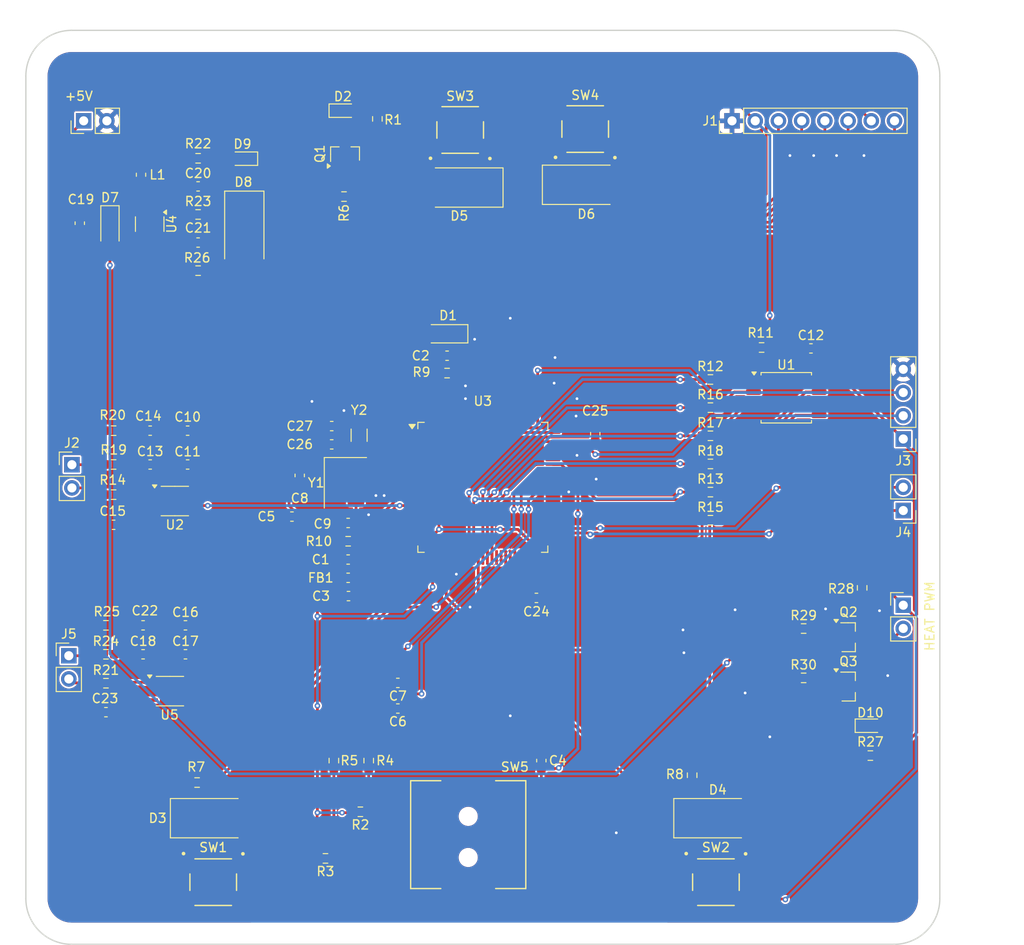
<source format=kicad_pcb>
(kicad_pcb (version 20241229) (generator "pcbnew") (generator_version "9.0")
  (layers (0 "F.Cu" signal) (2 "B.Cu" signal) (13 "F.Paste" user) (15 "B.Paste" user) (5 "F.SilkS" user "F.Silkscreen") (7 "B.SilkS" user "B.Silkscreen") (1 "F.Mask" user) (3 "B.Mask" user) (25 "Edge.Cuts" user))
  (net 0 "")
  (net 1 "VDDA")
  (net 2 "GND")
  (net 3 "+3V3")
  (net 4 "/PC8")
  (net 5 "/PC6")
  (net 6 "/PC7")
  (net 7 "Net-(U3-PH0)")
  (net 8 "Net-(U3-PH1)")
  (net 9 "+5V")
  (net 10 "Net-(U2--IN)")
  (net 11 "Net-(U2-+IN)")
  (net 12 "Net-(U5--IN)")
  (net 13 "Net-(U5-+IN)")
  (net 14 "Net-(U4-FB)")
  (net 15 "Net-(C24-Pad1)")
  (net 16 "Net-(C25-Pad1)")
  (net 17 "Net-(U3-PC15)")
  (net 18 "Net-(U3-PC14)")
  (net 19 "Net-(D1-A)")
  (net 20 "Net-(D2-K)")
  (net 21 "Net-(D2-A)")
  (net 22 "/BOOT")
  (net 23 "Net-(D4-A1)")
  (net 24 "/NRST")
  (net 25 "Net-(D10-A)")
  (net 26 "/PD5")
  (net 27 "/PD6")
  (net 28 "/PD7")
  (net 29 "/PB4")
  (net 30 "/PD4")
  (net 31 "/PB3")
  (net 32 "Net-(J2-Pin_2)")
  (net 33 "Net-(J2-Pin_1)")
  (net 34 "/SWCLK")
  (net 35 "/SWDIO")
  (net 36 "/MCU_RX")
  (net 37 "/MCU_TX")
  (net 38 "Net-(J5-Pin_2)")
  (net 39 "Net-(J5-Pin_1)")
  (net 40 "Net-(U4-SW)")
  (net 41 "Net-(Q1-G)")
  (net 42 "HEAT_PWM")
  (net 43 "Net-(Q2-G)")
  (net 44 "Net-(Q3-G)")
  (net 45 "Net-(R2-Pad1)")
  (net 46 "Net-(R3-Pad1)")
  (net 47 "/LED")
  (net 48 "/PA8")
  (net 49 "/PA9")
  (net 50 "Net-(U3-VREF+)")
  (net 51 "Net-(U1-~{CS})")
  (net 52 "/PB1")
  (net 53 "/PB2")
  (net 54 "Net-(U1-CLK)")
  (net 55 "/PE7")
  (net 56 "Net-(U1-DI{slash}IO_{0})")
  (net 57 "Net-(U1-DO{slash}IO_{1})")
  (net 58 "/PE8")
  (net 59 "Net-(U1-~{WP}{slash}IO_{2})")
  (net 60 "/PE9")
  (net 61 "/PE10")
  (net 62 "Net-(U1-~{HOLD}{slash}~{RESET}{slash}IO_{3})")
  (net 63 "/PA6")
  (net 65 "/PC2")
  (net 76 "/PC3")
  (net 121 "Net-(D3-A1)")
  (net 122 "Net-(D9-A)")
  (net 123 "Net-(D10-K)")
  (footprint "Resistor_SMD:R_0603_1608Metric_Pad0.98x0.95mm_HandSolder" (layer "F.Cu") (at 8.7625 -28.566667)
    (property "Reference" "R21")
    (property "Value" "4K7")
  )
  (footprint "HeaterLibrary:SW_Buttom_SMD_5.1mmx5.1mm" (layer "F.Cu") (at 47.5225 -89.1 180)
    (property "Reference" "SW3")
    (property "Value" "SW_MEC_5E")
  )
  (footprint "Resistor_SMD:R_0603_1608Metric_Pad0.98x0.95mm_HandSolder" (layer "F.Cu") (at 74.9 -58.72)
    (property "Reference" "R16")
    (property "Value" "33R")
  )
  (footprint "Resistor_SMD:R_0603_1608Metric_Pad0.98x0.95mm_HandSolder" (layer "F.Cu") (at 72.9 -18.5 -90)
    (property "Reference" "R8")
    (property "Value" "330R")
  )
  (footprint "Capacitor_SMD:C_0603_1608Metric_Pad1.08x0.95mm_HandSolder" (layer "F.Cu") (at 33.4625 -54.7 180)
    (property "Reference" "C26")
    (property "Value" "1.5pF")
  )
  (footprint "Connector_PinHeader_2.54mm:PinHeader_1x02_P2.54mm_Vertical" (layer "F.Cu") (at 96 -37.1)
    (property "Reference" "HEAT PWM")
    (property "Value" "PinHeader_1x02_P2.54mm_Vertical")
  )
  (footprint "Capacitor_SMD:C_0603_1608Metric_Pad1.08x0.95mm_HandSolder" (layer "F.Cu") (at 35.3 -38.1 180)
    (property "Reference" "C3")
    (property "Value" "104")
  )
  (footprint "Capacitor_SMD:C_0603_1608Metric_Pad1.08x0.95mm_HandSolder" (layer "F.Cu") (at 62.3 -55.8625 90)
    (property "Reference" "C25")
    (property "Value" "225")
  )
  (footprint "Diode_SMD:D_SMB_Handsoldering" (layer "F.Cu") (at 23.9 -77.7 -90)
    (property "Reference" "D8")
    (property "Value" "SMBJ3.3CA")
  )
  (footprint "Diode_SMD:D_0603_1608Metric_Pad1.05x0.95mm_HandSolder" (layer "F.Cu") (at 23.7 -85.96 180)
    (property "Reference" "D9")
    (property "Value" "LED")
  )
  (footprint "Resistor_SMD:R_0603_1608Metric_Pad0.98x0.95mm_HandSolder" (layer "F.Cu") (at 8.7625 -34.9 180)
    (property "Reference" "R25")
    (property "Value" "1M")
  )
  (footprint "Connector_PinHeader_2.54mm:PinHeader_1x02_P2.54mm_Vertical" (layer "F.Cu") (at 5.0375 -52.475)
    (property "Reference" "J2")
    (property "Value" "Conn_01x02_Socket")
  )
  (footprint "Capacitor_SMD:C_0603_1608Metric_Pad1.08x0.95mm_HandSolder" (layer "F.Cu") (at 8.7625 -25.4)
    (property "Reference" "C23")
    (property "Value" "152")
  )
  (footprint "Resistor_SMD:R_0603_1608Metric_Pad0.98x0.95mm_HandSolder" (layer "F.Cu") (at 91.5 -39 90)
    (property "Reference" "R28")
    (property "Value" "470R")
  )
  (footprint "Diode_SMD:D_SMB_Handsoldering" (layer "F.Cu") (at 20.5225 -13.8)
    (property "Reference" "D3")
    (property "Value" "SMBJ3.3CA")
  )
  (footprint "Resistor_SMD:R_0603_1608Metric_Pad0.98x0.95mm_HandSolder" (layer "F.Cu") (at 85.1 -29.15)
    (property "Reference" "R30")
    (property "Value" "100R")
  )
  (footprint "Capacitor_SMD:C_0603_1608Metric_Pad1.08x0.95mm_HandSolder" (layer "F.Cu") (at 35.2625 -42.1 180)
    (property "Reference" "C1")
    (property "Value" "105")
  )
  (footprint "Capacitor_SMD:C_0603_1608Metric_Pad1.08x0.95mm_HandSolder" (layer "F.Cu") (at 17.7 -56.2)
    (property "Reference" "C10")
    (property "Value" "106")
  )
  (footprint "Resistor_SMD:R_0603_1608Metric_Pad0.98x0.95mm_HandSolder" (layer "F.Cu") (at 18.845 -73.71 180)
    (property "Reference" "R26")
    (property "Value" "150K")
  )
  (footprint "Resistor_SMD:R_0603_1608Metric_Pad0.98x0.95mm_HandSolder" (layer "F.Cu") (at 18.735 -17.7 180)
    (property "Reference" "R7")
    (property "Value" "330R")
  )
  (footprint "Crystal:Crystal_SMD_3215-2Pin_3.2x1.5mm" (layer "F.Cu") (at 36.4625 -55.7 -90)
    (property "Reference" "Y2")
    (property "Value" "32768Hz")
  )
  (footprint "Resistor_SMD:R_0603_1608Metric_Pad0.98x0.95mm_HandSolder" (layer "F.Cu") (at 74.9 -55.64)
    (property "Reference" "R17")
    (property "Value" "33R")
  )
  (footprint "Resistor_SMD:R_0603_1608Metric_Pad0.98x0.95mm_HandSolder" (layer "F.Cu") (at 74.9 -52.56)
    (property "Reference" "R18")
    (property "Value" "33R")
  )
  (footprint "Resistor_SMD:R_0603_1608Metric_Pad0.98x0.95mm_HandSolder" (layer "F.Cu") (at 74.9 -49.48)
    (property "Reference" "R13")
    (property "Value" "33R")
  )
  (footprint "Package_TO_SOT_SMD:SOT-23_Handsoldering" (layer "F.Cu") (at 34.9225 -86.4925 90)
    (property "Reference" "Q1")
    (property "Value" "2N7002")
  )
  (footprint "Capacitor_SMD:C_0603_1608Metric_Pad1.08x0.95mm_HandSolder" (layer "F.Cu") (at 13.6 -56.2 180)
    (property "Reference" "C14")
    (property "Value" "152")
  )
  (footprint "Capacitor_SMD:C_0603_1608Metric_Pad1.08x0.95mm_HandSolder" (layer "F.Cu") (at 40.7 -28.6 180)
    (property "Reference" "C7")
    (property "Value" "103")
  )
  (footprint "Capacitor_SMD:C_0603_1608Metric_Pad1.08x0.95mm_HandSolder" (layer "F.Cu") (at 18.845 -82.9275)
    (property "Reference" "C20")
    (property "Value" "220")
  )
  (footprint "Package_TO_SOT_SMD:SOT-23_Handsoldering" (layer "F.Cu") (at 90 -28.2)
    (property "Reference" "Q3")
    (property "Value" "2N7002")
  )
  (footprint "Capacitor_SMD:C_0603_1608Metric_Pad1.08x0.95mm_HandSolder" (layer "F.Cu") (at 29.9625 -51.3 -90)
    (property "Reference" "C8")
    (property "Value" "8pF")
  )
  (footprint "Package_TO_SOT_SMD:SOT-23-5" (layer "F.Cu") (at 13.55 -78.8 -90)
    (property "Reference" "U4")
    (property "Value" "TLV62569DBV")
  )
  (footprint "Connector_PinHeader_2.54mm:PinHeader_1x04_P2.54mm_Vertical" (layer "F.Cu") (at 96 -55.29 180)
    (property "Reference" "J3")
    (property "Value" "Debug")
  )
  (footprint "Diode_SMD:D_SOD-123" (layer "F.Cu") (at 46 -66.8 180)
    (property "Reference" "D1")
    (property "Value" "D_Schottky")
  )
  (footprint "Resistor_SMD:R_0603_1608Metric_Pad0.98x0.95mm_HandSolder" (layer "F.Cu") (at 9.6 -49.2)
    (property "Reference" "R14")
    (property "Value" "4K7")
  )
  (footprint "Connector_PinHeader_2.54mm:PinHeader_1x02_P2.54mm_Vertical" (layer "F.Cu") (at 4.7 -31.575)
    (property "Reference" "J5")
    (property "Value" "Conn_01x02_Socket")
  )
  (footprint "Crystal:Crystal_SMD_3225-4Pin_3.2x2.5mm_HandSoldering" (layer "F.Cu") (at 34.9625 -50.5 -90)
    (property "Reference" "Y1")
    (property "Value" "25MHz")
  )
  (footprint "Capacitor_SMD:C_0603_1608Metric_Pad1.08x0.95mm_HandSolder" (layer "F.Cu") (at 17.7 -52.5)
    (property "Reference" "C11")
    (property "Value" "104")
  )
  (footprint "Resistor_SMD:R_0603_1608Metric_Pad0.98x0.95mm_HandSolder" (layer "F.Cu") (at 38.46 -90.3125 -90)
    (property "Reference" "R1")
    (property "Value" "1K")
  )
  (footprint "Resistor_SMD:R_0603_1608Metric_Pad0.98x0.95mm_HandSolder" (layer "F.Cu") (at 36.6 -14.5 180)
    (property "Reference" "R2")
    (property "Value" "10K")
  )
  (footprint "Resistor_SMD:R_0603_1608Metric_Pad0.98x0.95mm_HandSolder" (layer "F.Cu") (at 74.9 -46.4)
    (property "Reference" "R15")
    (property "Value" "33R")
  )
  (footprint "Connector_PinHeader_2.54mm:PinHeader_1x02_P2.54mm_Vertical" (layer "F.Cu") (at 96 -47.46 180)
    (property "Reference" "J4")
    (property "Value" "Conn_01x02_Pin")
  )
  (footprint "Package_SO:MSOP-8_3x3mm_P0.65mm" (layer "F.Cu") (at 15.7625 -27.7)
    (property "Reference" "U5")
    (property "Value" "AD8495")
  )
  (footprint "Resistor_SMD:R_0603_1608Metric_Pad0.98x0.95mm_HandSolder" (layer "F.Cu") (at 92.4 -20.65 180)
    (property "Reference" "R27")
    (property "Value" "1K")
  )
  (footprint "Resistor_SMD:R_0603_1608Metric_Pad0.98x0.95mm_HandSolder" (layer "F.Cu") (at 32.78 -9.4 180)
    (property "Reference" "R3")
    (property "Value" "10K")
  )
  (footprint "HeaterLibrary:SW_Buttom_SMD_5.1mmx5.1mm" (layer "F.Cu") (at 20.5 -6.8)
    (property "Reference" "SW1")
    (property "Value" "SW_MEC_5E")
  )
  (footprint "Package_QFP:LQFP-100_14x14mm_P0.5mm" (layer "F.Cu") (at 50 -50)
    (property "Reference" "U3")
    (property "Value" "STM32H750VBTx")
  )
  (footprint "Capacitor_SMD:C_0603_1608Metric_Pad1.08x0.95mm_HandSolder" (layer "F.Cu") (at 56.4 -20.1 -90)
    (property "Reference" "C4")
    (property "Value" "103")
  )
  (footprint "Capacitor_SMD:C_0603_1608Metric_Pad1.08x0.95mm_HandSolder" (layer "F.Cu") (at 29.1125 -46.8)
    (property "Reference" "C5")
    (property "Value" "104")
  )
  (footprint "Package_SO:SOIC-8_5.3x5.3mm_P1.27mm" (layer "F.Cu") (at 83.2 -59.8)
    (property "Reference" "U1")
    (property "Value" "W25Q128JVS")
  )
  (footprint "Diode_SMD:D_SOD-123F" (layer "F.Cu") (at 9.2 -78.6 -90)
    (property "Reference" "D7")
    (property "Value" "SMF5.0CA")
  )
  (footprint "Capacitor_SMD:C_0603_1608Metric_Pad1.08x0.95mm_HandSolder" (layer "F.Cu") (at 18.845 -76.7825)
    (property "Reference" "C21")
    (property "Value" "106")
  )
  (footprint "Capacitor_SMD:C_0603_1608Metric_Pad1.08x0.95mm_HandSolder" (layer "F.Cu") (at 35.2625 -40.1)
    (property "Reference" "FB1")
    (property "Value" "1KΩ/100MHz")
  )
  (footprint "Resistor_SMD:R_0603_1608Metric_Pad0.98x0.95mm_HandSolder" (layer "F.Cu") (at 18.845 -86 180)
    (property "Reference" "R22")
    (property "Value" "5K1")
  )
  (footprint "Capacitor_SMD:C_0603_1608Metric_Pad1.08x0.95mm_HandSolder" (layer "F.Cu") (at 12.825 -34.9 180)
    (property "Reference" "C22")
    (property "Value" "152")
  )
  (footprint "Capacitor_SMD:C_0603_1608Metric_Pad1.08x0.95mm_HandSolder" (layer "F.Cu") (at 46.0875 -64.4)
    (property "Reference" "C2")
    (property "Value" "104")
  )
  (footprint "Resistor_SMD:R_0603_1608Metric_Pad0.98x0.95mm_HandSolder" (layer "F.Cu") (at 9.6 -52.5)
    (property "Reference" "R19")
    (property "Value" "4K7")
  )
  (footprint "Resistor_SMD:R_0603_1608Metric_Pad0.98x0.95mm_HandSolder" (layer "F.Cu") (at 33.7 -20.1 -90)
    (property "Reference" "R5")
    (property "Value" "10K")
  )
  (footprint "Package_TO_SOT_SMD:SOT-23_Handsoldering" (layer "F.Cu") (at 90 -33.6)
    (property "Reference" "Q2")
    (property "Value" "2N7002")
  )
  (footprint "Diode_SMD:D_SMB_Handsoldering" (layer "F.Cu") (at 75.6 -13.8)
    (property "Reference" "D4")
    (property "Value" "SMBJ3.3CA")
  )
  (footprint "Diode_SMD:D_0603_1608Metric_Pad1.05x0.95mm_HandSolder" (layer "F.Cu") (at 34.8325 -91.2125)
    (property "Reference" "D2")
    (property "Value" "LED")
  )
  (footprint "Resistor_SMD:R_0603_1608Metric_Pad0.98x0.95mm_HandSolder" (layer "F.Cu") (at 34.81 -81.8125 180)
    (property "Reference" "R6")
    (property "Value" "220R")
  )
  (footprint "Inductor_SMD:L_0603_1608Metric_Pad1.05x0.95mm_HandSolder" (layer "F.Cu") (at 12.6 -84.2 90)
    (property "Reference" "L1")
    (property "Value" "2.2uH")
  )
  (footprint "Capacitor_SMD:C_0603_1608Metric_Pad1.08x0.95mm_HandSolder" (layer "F.Cu") (at 33.4625 -56.7 180)
    (property "Reference" "C27")
    (property "Value" "1.5pF")
  )
  (footprint "Capacitor_SMD:C_0603_1608Metric_Pad1.08x0.95mm_HandSolder" (layer "F.Cu") (at 5.9 -78.9 -90)
    (property "Reference" "C19")
    (property "Value" "475")
  )
  (footprint "Capacitor_SMD:C_0603_1608Metric_Pad1.08x0.95mm_HandSolder" (layer "F.Cu") (at 55.8625 -37.9)
    (property "Reference" "C24")
    (property "Value" "225")
  )
  (footprint "Resistor_SMD:R_0603_1608Metric_Pad0.98x0.95mm_HandSolder" (layer "F.Cu") (at 9.6 -56.2 180)
    (property "Reference" "R20")
    (property "Value" "1M")
  )
  (footprint "Connector_PinHeader_2.54mm:PinHeader_1x08_P2.54mm_Vertical" (layer "F.Cu") (at 77.2625 -90.1 90)
    (property "Reference" "J1")
    (property "Value" "OLED")
  )
  (footprint "Capacitor_SMD:C_0603_1608Metric_Pad1.08x0.95mm_HandSolder" (layer "F.Cu") (at 85.9 -65.2)
    (property "Reference" "C12")
    (property "Value" "104")
  )
  (footprint "Package_SO:MSOP-8_3x3mm_P0.65mm" (layer "F.Cu") (at 16.3 -48.5)
    (property "Reference" "U2")
    (property "Value" "AD8495")
  )
  (footprint "Capacitor_SMD:C_0603_1608Metric_Pad1.08x0.95mm_HandSolder" (layer "F.Cu") (at 17.4625 -31.733333)
    (property "Reference" "C17")
    (property "Value" "104")
  )
  (footprint "Capacitor_SMD:C_0603_1608Metric_Pad1.08x0.95mm_HandSolder" (layer "F.Cu") (at 12.825 -31.733333)
    (property "Reference" "C18")
    (property "Value" "223")
  )
  (footprint "Diode_SMD:D_SMB_Handsoldering" (layer "F.Cu") (at 61.2225 -83.1)
    (property "Reference" "D6")
    (property "Value" "SMBJ3.3CA")
  )
  (footprint "Capacitor_SMD:C_0603_1608Metric_Pad1.08x0.95mm_HandSolder" (layer "F.Cu") (at 17.4625 -34.9)
    (property "Reference" "C16")
    (property "Value" "106")
  )
  (footprint "Resistor_SMD:R_0603_1608Metric_Pad0.98x0.95mm_HandSolder" (layer "F.Cu") (at 18.845 -79.855)
    (property "Reference" "R23")
    (property "Value" "680K")
  )
  (footprint "Diode_SMD:D_SMB_Handsoldering" (layer "F.Cu") (at 47.5 -82.8 180)
    (property "Reference" "D5")
    (property "Value" "SMBJ3.3CA")
  )
  (footprint "HeaterLibrary:SW_Buttom_SMD_5.1mmx5.1mm" (layer "F.Cu") (at 61.2 -89.2 180)
    (property "Reference" "SW4")
    (property "Value" "SW_MEC_5E")
  )
  (footprint "Resistor_SMD:R_0603_1608Metric_Pad0.98x0.95mm_HandSolder" (layer "F.Cu") (at 46.0875 -62.5)
    (property "Reference" "R9")
    (property "Value" "10K")
  )
  (footprint "Connector_PinHeader_2.54mm:PinHeader_1x02_P2.54mm_Vertical" (layer "F.Cu") (at 6.325 -90.1 90)
    (property "Reference" "+5V")
    (property "Value" "PinHeader_1x02_P2.54mm_Vertical")
  )
  (footprint "Resistor_SMD:R_0603_1608Metric_Pad0.98x0.95mm_HandSolder" (layer "F.Cu") (at 8.7625 -31.733333)
    (property "Reference" "R24")
    (property "Value" "4K7")
  )
  (footprint "Capacitor_SMD:C_0603_1608Metric_Pad1.08x0.95mm_HandSolder" (layer "F.Cu") (at 9.6 -45.9)
    (property "Reference" "C15")
    (property "Value" "152")
  )
  (footprint "Capacitor_SMD:C_0603_1608Metric_Pad1.08x0.95mm_HandSolder" (layer "F.Cu") (at 13.6 -52.5)
    (property "Reference" "C13")
    (property "Value" "223")
  )
  (footprint "HeaterLibrary:RotaryEncoder_Switch_EC11_SMD" (layer "F.Cu") (at 48.4 -12 -90)
    (property "Reference" "SW5")
    (property "Value" "RotaryEncoder_Switch")
  )
  (footprint "Diode_SMD:D_0603_1608Metric_Pad1.05x0.95mm_HandSolder" (layer "F.Cu") (at 92.4 -23.915)
    (property "Reference" "D10")
    (property "Value" "LED")
  )
  (footprint "Capacitor_SMD:C_0603_1608Metric_Pad1.08x0.95mm_HandSolder" (layer "F.Cu") (at 40.7 -25.8 180)
    (property "Reference" "C6")
    (property "Value" "103")
  )
  (footprint "Capacitor_SMD:C_0603_1608Metric_Pad1.08x0.95mm_HandSolder" (layer "F.Cu") (at 35.2625 -46.1 180)
    (property "Reference" "C9")
    (property "Value" "8pF")
  )
  (footprint "Resistor_SMD:R_0603_1608Metric_Pad0.98x0.95mm_HandSolder" (layer "F.Cu") (at 37.5125 -20.1 -90)
    (property "Reference" "R4")
    (property "Value" "10K")
  )
  (footprint "Resistor_SMD:R_0603_1608Metric_Pad0.98x0.95mm_HandSolder" (layer "F.Cu") (at 80.5 -65.3)
    (property "Reference" "R11")
    (property "Value" "100K")
  )
  (footprint "Resistor_SMD:R_0603_1608Metric_Pad0.98x0.95mm_HandSolder" (layer "F.Cu") (at 35.2625 -44.1)
    (property "Reference" "R10")
    (property "Value" "0R")
  )
  (footprint "HeaterLibrary:SW_Buttom_SMD_5.1mmx5.1mm" (layer "F.Cu") (at 75.5 -6.8)
    (property "Reference" "SW2")
    (property "Value" "SW_MEC_5E")
  )
  (footprint "Resistor_SMD:R_0603_1608Metric_Pad0.98x0.95mm_HandSolder" (layer "F.Cu") (at 85.1 -34.55)
    (property "Reference" "R29")
    (property "Value" "100R")
  )
  (footprint "Resistor_SMD:R_0603_1608Metric_Pad0.98x0.95mm_HandSolder" (layer "F.Cu") (at 74.9 -61.8)
    (property "Reference" "R12")
    (property "Value" "33R")
  )
  (gr_arc (start 5 0) (mid 1.464466 -1.464466) (end 0 -5) (stroke (width 0.15)) (layer "Edge.Cuts"))
  (gr_arc (start 0 -95) (mid 1.464466 -98.535534) (end 5 -100) (stroke (width 0.15)) (layer "Edge.Cuts"))
  (gr_arc (start 95 -100) (mid 98.535534 -98.535534) (end 100 -95) (stroke (width 0.15)) (layer "Edge.Cuts"))
  (gr_arc (start 100 -5) (mid 98.535534 -1.464466) (end 95 0) (stroke (width 0.15)) (layer "Edge.Cuts"))
  (gr_line (start 0 -5) (end 0 -95) (stroke (width 0.15)) (layer "Edge.Cuts"))
  (gr_line (start 100 -95) (end 100 -5) (stroke (width 0.15)) (layer "Edge.Cuts"))
  (gr_line (start 95 0) (end 5 0) (stroke (width 0.15)) (layer "Edge.Cuts"))
  (gr_line (start 5 -100) (end 95 -100) (stroke (width 0.15)) (layer "Edge.Cuts"))
  (segment (start 34.35 -43.875) (end 36.125 -42.1) (width 0.3) (layer "F.Cu") (net 1))
  (segment (start 40.025 -46) (end 42.325 -46) (width 0.3) (layer "F.Cu") (net 1))
  (segment (start 36.125 -40.1) (end 36.125 -42.1) (width 0.3) (layer "F.Cu") (net 1))
  (segment (start 34.35 -44.1) (end 34.35 -43.875) (width 0.3) (layer "F.Cu") (net 1))
  (segment (start 36.125 -42.1) (end 40.025 -46) (width 0.3) (layer "F.Cu") (net 1))
  (segment (start 36.125 -40.1) (end 36.125 -38.1375) (width 0.3) (layer "F.Cu") (net 1))
  (segment (start 36.125 -38.1375) (end 36.1625 -38.1) (width 0.3) (layer "F.Cu") (net 1))
  (via (at 71.9 -34.4) (size 0.6) (drill 0.3) (layers "F.Cu" "B.Cu") (net 2))
  (via (at 91.7 -86.3) (size 0.6) (drill 0.3) (layers "F.Cu" "B.Cu") (net 2))
  (via (at 48.1 -59.7) (size 0.6) (drill 0.3) (layers "F.Cu" "B.Cu") (net 2))
  (via (at 53 -25) (size 0.6) (drill 0.3) (layers "F.Cu" "B.Cu") (net 2))
  (via (at 48.6 -36.9) (size 0.6) (drill 0.3) (layers "F.Cu" "B.Cu") (net 2))
  (via (at 72 -31.9) (size 0.6) (drill 0.3) (layers "F.Cu" "B.Cu") (net 2))
  (via (at 60.3 -59.7) (size 0.6) (drill 0.3) (layers "F.Cu" "B.Cu") (net 2))
  (via (at 38.3 -49.1) (size 0.6) (drill 0.3) (layers "F.Cu" "B.Cu") (net 2))
  (via (at 34.8 -58.4) (size 0.6) (drill 0.3) (layers "F.Cu" "B.Cu") (net 2))
  (via (at 78.7 -27.5) (size 0.6) (drill 0.3) (layers "F.Cu" "B.Cu") (net 2))
  (via (at 77.6 -36.6) (size 0.6) (drill 0.3) (layers "F.Cu" "B.Cu") (net 2))
  (via (at 48.1 -61.1) (size 0.6) (drill 0.3) (layers "F.Cu" "B.Cu") (net 2))
  (via (at 39.2 -49.1) (size 0.6) (drill 0.3) (layers "F.Cu" "B.Cu") (net 2))
  (via (at 81.4 -22.7) (size 0.6) (drill 0.3) (layers "F.Cu" "B.Cu") (net 2))
  (via (at 37.5 -47) (size 0.6) (drill 0.3) (layers "F.Cu" "B.Cu") (net 2))
  (via (at 47.1 -40.5) (size 0.6) (drill 0.3) (layers "F.Cu" "B.Cu") (net 2))
  (via (at 87.5 -36.7) (size 0.6) (drill 0.3) (layers "F.Cu" "B.Cu") (net 2))
  (via (at 57.8 -61.4) (size 0.6) (drill 0.3) (layers "F.Cu" "B.Cu") (net 2))
  (via (at 83.6 -86.3) (size 0.6) (drill 0.3) (layers "F.Cu" "B.Cu") (net 2))
  (via (at 31.3 -59.4) (size 0.6) (drill 0.3) (layers "F.Cu" "B.Cu") (net 2))
  (via (at 94.3 -29.4) (size 0.6) (drill 0.3) (layers "F.Cu" "B.Cu") (net 2))
  (via (at 88.7 -86.3) (size 0.6) (drill 0.3) (layers "F.Cu" "B.Cu") (net 2))
  (via (at 64.6 -12.2) (size 0.6) (drill 0.3) (layers "F.Cu" "B.Cu") (net 2))
  (via (at 60.3 -53.5) (size 0.6) (drill 0.3) (layers "F.Cu" "B.Cu") (net 2))
  (via (at 59.4 -49.5) (size 0.6) (drill 0.3) (layers "F.Cu" "B.Cu") (net 2))
  (via (at 53 -68.5) (size 0.6) (drill 0.3) (layers "F.Cu" "B.Cu") (net 2))
  (via (at 49.1 -66.2) (size 0.6) (drill 0.3) (layers "F.Cu" "B.Cu") (net 2))
  (via (at 86.2 -86.3) (size 0.6) (drill 0.3) (layers "F.Cu" "B.Cu") (net 2))
  (via (at 57.9 -64.2) (size 0.6) (drill 0.3) (layers "F.Cu" "B.Cu") (net 2))
  (via (at 62.4 -50.9) (size 0.6) (drill 0.3) (layers "F.Cu" "B.Cu") (net 2))
  (via (at 93.4 -36.5) (size 0.6) (drill 0.3) (layers "F.Cu" "B.Cu") (net 2))
  (via (at 60.2 -57.8) (size 0.6) (drill 0.3) (layers "F.Cu" "B.Cu") (net 2))
  (segment (start 44 -57.675) (end 44 -59.850654) (width 0.3) (layer "F.Cu") (net 3))
  (segment (start 81.4125 -65.3) (end 81.4125 -63.4875) (width 0.3) (layer "F.Cu") (net 3))
  (segment (start 35.5875 -14.4) (end 35.6875 -14.5) (width 0.3) (layer "F.Cu") (net 3))
  (segment (start 40.9 -89.4) (end 38.46 -89.4) (width 0.3) (layer "F.Cu") (net 3))
  (segment (start 19.7075 -76.7825) (end 19.7075 -79.805) (width 0.3) (layer "F.Cu") (net 3))
  (segment (start 44 -59.850654) (end 46.1615 -62.012154) (width 0.3) (layer "F.Cu") (net 3))
  (segment (start 44.2725 -90.95) (end 50.7725 -90.95) (width 0.3) (layer "F.Cu") (net 3))
  (segment (start 89.585 -61.705) (end 86.7875 -61.705) (width 0.3) (layer "F.Cu") (net 3))
  (segment (start 44.5 -44.7) (end 44.5 -42.325) (width 0.3) (layer "F.Cu") (net 3))
  (segment (start 31.9 -35.9) (end 31.9 -37.6) (width 0.3) (layer "F.Cu") (net 3))
  (segment (start 72.25 -4.95) (end 78.75 -4.95) (width 0.3) (layer "F.Cu") (net 3))
  (segment (start 30.4 -9.4) (end 31.8675 -9.4) (width 0.3) (layer "F.Cu") (net 3))
  (segment (start 24.851 -2.649) (end 23.75 -3.75) (width 0.3) (layer "F.Cu") (net 3))
  (segment (start 72.25 -4.95) (end 69.949 -2.649) (width 0.3) (layer "F.Cu") (net 3))
  (segment (start 78.75 -4.95) (end 83.05 -4.95) (width 0.3) (layer "F.Cu") (net 3))
  (segment (start 19.7575 -79.855) (end 23.355 -79.855) (width 0.3) (layer "F.Cu") (net 3))
  (segment (start 23.355 -79.855) (end 23.9 -80.4) (width 0.3) (layer "F.Cu") (net 3))
  (segment (start 45.2 -51.5) (end 45.2 -45.4) (width 0.3) (layer "F.Cu") (net 3))
  (segment (start 19.7575 -82.8775) (end 19.7075 -82.9275) (width 0.3) (layer "F.Cu") (net 3))
  (segment (start 23.75 -4.95) (end 25.95 -4.95) (width 0.3) (layer "F.Cu") (net 3))
  (segment (start 46.95 -64.4) (end 46.95 -66.1) (width 0.3) (layer "F.Cu") (net 3))
  (segment (start 86.7625 -65.2) (end 86.7625 -61.73) (width 0.3) (layer "F.Cu") (net 3))
  (segment (start 44.2725 -90.95) (end 42.45 -90.95) (width 0.3) (layer "F.Cu") (net 3))
  (segment (start 44.5 -39.1) (end 44.5 -42.325) (width 0.3) (layer "F.Cu") (net 3))
  (segment (start 17.25 -4.95) (end 23.75 -4.95) (width 0.3) (layer "F.Cu") (net 3))
  (segment (start 41.0225 -94.2) (end 34.4 -94.2) (width 0.3) (layer "F.Cu") (net 3))
  (segment (start 56 -43.229534) (end 56 -42.325) (width 0.3) (layer "F.Cu") (net 3))
  (segment (start 25.95 -4.95) (end 30.4 -9.4) (width 0.3) (layer "F.Cu") (net 3))
  (segment (start 42.45 -90.95) (end 40.9 -89.4) (width 0.3) (layer "F.Cu") (net 3))
  (segment (start 31.9 -14.4) (end 31.9 -26.1) (width 0.3) (layer "F.Cu") (net 3))
  (segment (start 31.8675 -9.4) (end 31.8675 -14.3675) (width 0.3) (layer "F.Cu") (net 3))
  (segment (start 45.2 -51.5) (end 44 -51.5) (width 0.3) (layer "F.Cu") (net 3))
  (segment (start 50.8 -90.9225) (end 50.7725 -90.95) (width 0.3) (layer "F.Cu") (net 3))
  (segment (start 81.4125 -65.3) (end 81.4125 -68.7875) (width 0.3) (layer "F.Cu") (net 3))
  (segment (start 34.6 -14.4) (end 35.5875 -14.4) (width 0.3) (layer "F.Cu") (net 3))
  (segment (start 23.9 -83.7) (end 23.9 -80.4) (width 0.3) (layer "F.Cu") (net 3))
  (segment (start 96 -55.29) (end 89.585 -61.705) (width 0.3) (layer "F.Cu") (net 3))
  (segment (start 52.5225 -92.7) (end 77.2025 -92.7) (width 0.3) (layer "F.Cu") (net 3))
  (segment (start 69.949 -2.649) (end 24.851 -2.649) (width 0.3) (layer "F.Cu") (net 3))
  (segment (start 44 -57.675) (end 44 -51.5) (width 0.3) (layer "F.Cu") (net 3))
  (segment (start 83.05 -4.95) (end 83.1 -4.9) (width 0.3) (layer "F.Cu") (net 3))
  (segment (start 46.1615 -63.6115) (end 46.95 -64.4) (width 0.3) (layer "F.Cu") (net 3))
  (segment (start 17.9325 -84.7025) (end 19.7075 -82.9275) (width 0.3) (layer "F.Cu") (net 3))
  (segment (start 46.95 -66.1) (end 47.65 -66.8) (width 0.3) (layer "F.Cu") (net 3))
  (segment (start 81.4125 -68.7875) (end 81.4 -68.8) (width 0.3) (layer "F.Cu") (net 3))
  (segment (start 83.2 -61.7) (end 83.205 -61.705) (width 0.3) (layer "F.Cu") (net 3))
  (segment (start 19.7075 -79.805) (end 19.7575 -79.855) (width 0.3) (layer "F.Cu") (net 3))
  (segment (start 51.9 -45.4) (end 53.829534 -45.4) (width 0.3) (layer "F.Cu") (net 3))
  (segment (start 23.75 -3.75) (end 23.75 -4.95) (width 0.3) (layer "F.Cu") (net 3))
  (segment (start 50.7725 -90.95) (end 52.5225 -92.7) (width 0.3) (layer "F.Cu") (net 3))
  (segment (start 31.8675 -14.3675) (end 31.9 -14.4) (width 0.3) (layer "F.Cu") (net 3))
  (segment (start 17.9325 -86) (end 17.9325 -84.7025) (width 0.3) (layer "F.Cu") (net 3))
  (segment (start 44 -51.5) (end 43.5 -51) (width 0.3) (layer "F.Cu") (net 3))
  (segment (start 45.2 -45.4) (end 44.5 -44.7) (width 0.3) (layer "F.Cu") (net 3))
  (segment (start 19.7575 -79.855) (end 19.7575 -82.8775) (width 0.3) (layer "F.Cu") (net 3))
  (segment (start 53.829534 -45.4) (end 56 -43.229534) (width 0.3) (layer "F.Cu") (net 3))
  (segment (start 43.5 -51) (end 42.325 -51) (width 0.3) (layer "F.Cu") (net 3))
  (segment (start 44.2725 -90.95) (end 41.0225 -94.2) (width 0.3) (layer "F.Cu") (net 3))
  (segment (start 86.7625 -61.73) (end 86.7875 -61.705) (width 0.3) (layer "F.Cu") (net 3))
  (segment (start 13.525 -86) (end 17.9325 -86) (width 0.3) (layer "F.Cu") (net 3))
  (segment (start 31.9 -37.6) (end 34.4 -40.1) (width 0.3) (layer "F.Cu") (net 3))
  (segment (start 77.2025 -92.7) (end 79.8025 -90.1) (width 0.3) (layer "F.Cu") (net 3))
  (segment (start 34.4 -94.2) (end 23.9 -83.7) (width 0.3) (layer "F.Cu") (net 3))
  (segment (start 81.4125 -63.4875) (end 83.2 -61.7) (width 0.3) (layer "F.Cu") (net 3))
  (segment (start 46.1615 -62.012154) (end 46.1615 -63.6115) (width 0.3) (layer "F.Cu") (net 3))
  (segment (start 83.205 -61.705) (end 86.7875 -61.705) (width 0.3) (layer "F.Cu") (net 3))
  (segment (start 57.675 -56) (end 49.7 -56) (width 0.3) (layer "F.Cu") (net 3))
  (segment (start 12.6 -85.075) (end 13.525 -86) (width 0.3) (layer "F.Cu") (net 3))
  (segment (start 49.7 -56) (end 45.2 -51.5) (width 0.3) (layer "F.Cu") (net 3))
  (via (at 34.6 -14.4) (size 0.6) (drill 0.3) (layers "F.Cu" "B.Cu") (net 3))
  (via (at 45.2 -45.4) (size 0.6) (drill 0.3) (layers "F.Cu" "B.Cu") (net 3))
  (via (at 51.9 -45.4) (size 0.6) (drill 0.3) (layers "F.Cu" "B.Cu") (net 3))
  (via (at 31.9 -14.4) (size 0.6) (drill 0.3) (layers "F.Cu" "B.Cu") (net 3))
  (via (at 31.9 -35.9) (size 0.6) (drill 0.3) (layers "F.Cu" "B.Cu") (net 3))
  (via (at 83.1 -4.9) (size 0.6) (drill 0.3) (layers "F.Cu" "B.Cu") (net 3))
  (via (at 44.5 -39.1) (size 0.6) (drill 0.3) (layers "F.Cu" "B.Cu") (net 3))
  (via (at 81.4 -68.8) (size 0.6) (drill 0.3) (layers "F.Cu" "B.Cu") (net 3))
  (via (at 31.9 -26.1) (size 0.6) (drill 0.3) (layers "F.Cu" "B.Cu") (net 3))
  (segment (start 83.1 -4.9) (end 97.4 -19.2) (width 0.3) (layer "B.Cu") (net 3))
  (segment (start 31.9 -26.1) (end 31.9 -35.9) (width 0.3) (layer "B.Cu") (net 3))
  (segment (start 96 -54.9) (end 96 -55.29) (width 0.3) (layer "B.Cu") (net 3))
  (segment (start 97.4 -19.2) (end 97.4 -53.5) (width 0.3) (layer "B.Cu") (net 3))
  (segment (start 79.8025 -90.1) (end 81.4 -88.5025) (width 0.3) (layer "B.Cu") (net 3))
  (segment (start 45.2 -45.4) (end 51.9 -45.4) (width 0.3) (layer "B.Cu") (net 3))
  (segment (start 44.5 -39) (end 41.4 -35.9) (width 0.3) (layer "B.Cu") (net 3))
  (segment (start 81.4 -88.5025) (end 81.4 -68.8) (width 0.3) (layer "B.Cu") (net 3))
  (segment (start 31.9 -14.4) (end 34.6 -14.4) (width 0.3) (layer "B.Cu") (net 3))
  (segment (start 97.4 -53.5) (end 96 -54.9) (width 0.3) (layer "B.Cu") (net 3))
  (segment (start 44.5 -39.1) (end 44.5 -39) (width 0.3) (layer "B.Cu") (net 3))
  (segment (start 41.4 -35.9) (end 31.9 -35.9) (width 0.3) (layer "B.Cu") (net 3))
  (segment (start 59.371014 -51) (end 57.675 -51) (width 0.3) (layer "F.Cu") (net 4))
  (segment (start 60.4 -49.971014) (end 59.371014 -51) (width 0.3) (layer "F.Cu") (net 4))
  (segment (start 60.4 -47.1) (end 60.4 -49.971014) (width 0.3) (layer "F.Cu") (net 4))
  (segment (start 58.2375 -19.2375) (end 58.3 -19.3) (width 0.3) (layer "F.Cu") (net 4))
  (segment (start 56.4 -19.2375) (end 58.2375 -19.2375) (width 0.3) (layer "F.Cu") (net 4))
  (segment (start 56.4 -14.5) (end 56.4 -19.2375) (width 0.3) (layer "F.Cu") (net 4))
  (via (at 58.3 -19.3) (size 0.6) (drill 0.3) (layers "F.Cu" "B.Cu") (net 4))
  (via (at 60.4 -47.1) (size 0.6) (drill 0.3) (layers "F.Cu" "B.Cu") (net 4))
  (segment (start 60.4 -21.4) (end 60.4 -47.1) (width 0.3) (layer "B.Cu") (net 4))
  (segment (start 58.3 -19.3) (end 60.4 -21.4) (width 0.3) (layer "B.Cu") (net 4))
  (segment (start 37.5125 -21.0125) (end 37.5125 -23.475) (width 0.3) (layer "F.Cu") (net 5))
  (segment (start 41.4375 -27.4) (end 43.3 -27.4) (width 0.3) (layer "F.Cu") (net 5))
  (segment (start 55 -47.600006) (end 55.000006 -47.6) (width 0.3) (layer "F.Cu") (net 5))
  (segment (start 56.4 -50) (end 55 -48.6) (width 0.3) (layer "F.Cu") (net 5))
  (segment (start 37.5125 -23.475) (end 41.4375 -27.4) (width 0.3) (layer "F.Cu") (net 5))
  (segment (start 57.675 -50) (end 56.4 -50) (width 0.3) (layer "F.Cu") (net 5))
  (segment (start 55 -48.6) (end 55 -47.600006) (width 0.3) (layer "F.Cu") (net 5))
  (via (at 55.000006 -47.6) (size 0.6) (drill 0.3) (layers "F.Cu" "B.Cu") (net 5))
  (via (at 43.3 -27.4) (size 0.6) (drill 0.3) (layers "F.Cu" "B.Cu") (net 5))
  (segment (start 43.3 -33) (end 43.3 -27.4) (width 0.3) (layer "B.Cu") (net 5))
  (segment (start 55.000006 -44.700006) (end 43.3 -33) (width 0.3) (layer "B.Cu") (net 5))
  (segment (start 55.000006 -47.6) (end 55.000006 -44.700006) (width 0.3) (layer "B.Cu") (net 5))
  (segment (start 33.7 -21.0125) (end 33.7 -23.8) (width 0.3) (layer "F.Cu") (net 6))
  (segment (start 54.2 -47.600003) (end 54.2 -49.49148) (width 0.3) (layer "F.Cu") (net 6))
  (segment (start 38.5 -28.6) (end 39.8375 -28.6) (width 0.3) (layer "F.Cu") (net 6))
  (segment (start 33.7 -23.8) (end 38.5 -28.6) (width 0.3) (layer "F.Cu") (net 6))
  (segment (start 55.20852 -50.5) (end 57.675 -50.5) (width 0.3) (layer "F.Cu") (net 6))
  (segment (start 54.2 -49.49148) (end 55.20852 -50.5) (width 0.3) (layer "F.Cu") (net 6))
  (segment (start 54.200003 -47.6) (end 54.2 -47.600003) (width 0.3) (layer "F.Cu") (net 6))
  (segment (start 39.8375 -30.6375) (end 41.8 -32.6) (width 0.3) (layer "F.Cu") (net 6))
  (segment (start 39.8375 -28.6) (end 39.8375 -30.6375) (width 0.3) (layer "F.Cu") (net 6))
  (via (at 41.8 -32.6) (size 0.6) (drill 0.3) (layers "F.Cu" "B.Cu") (net 6))
  (via (at 54.200003 -47.6) (size 0.6) (drill 0.3) (layers "F.Cu" "B.Cu") (net 6))
  (segment (start 54.2 -45) (end 41.8 -32.6) (width 0.3) (layer "B.Cu") (net 6))
  (segment (start 54.200003 -47.6) (end 54.2 -47.599997) (width 0.3) (layer "B.Cu") (net 6))
  (segment (start 54.2 -47.599997) (end 54.2 -45) (width 0.3) (layer "B.Cu") (net 6))
  (segment (start 33.8125 -51.95) (end 33.65 -51.95) (width 0.3) (layer "F.Cu") (net 7))
  (segment (start 33.8125 -51.95) (end 33.8125 -51.94313) (width 0.3) (layer "F.Cu") (net 7))
  (segment (start 33.8125 -51.94313) (end 35.25563 -50.5) (width 0.3) (layer "F.Cu") (net 7))
  (segment (start 33.4375 -52.1625) (end 29.9625 -52.1625) (width 0.3) (layer "F.Cu") (net 7))
  (segment (start 35.25563 -50.5) (end 42.325 -50.5) (width 0.3) (layer "F.Cu") (net 7))
  (segment (start 33.65 -51.95) (end 33.4375 -52.1625) (width 0.3) (layer "F.Cu") (net 7))
  (segment (start 36.125 -49.0375) (end 36.1125 -49.05) (width 0.3) (layer "F.Cu") (net 8))
  (segment (start 37.0625 -50) (end 42.325 -50) (width 0.3) (layer "F.Cu") (net 8))
  (segment (start 36.1125 -49.05) (end 37.0625 -50) (width 0.3) (layer "F.Cu") (net 8))
  (segment (start 36.125 -46.1) (end 36.125 -49.0375) (width 0.3) (layer "F.Cu") (net 8))
  (segment (start 93.1875 -39.9125) (end 96 -37.1) (width 0.3) (layer "F.Cu") (net 9))
  (segment (start 14.5 -79.9375) (end 14.5 -79.275001) (width 0.3) (layer "F.Cu") (net 9))
  (segment (start 6.0375 -78.0375) (end 6.875 -77.2) (width 0.3) (layer "F.Cu") (net 9))
  (segment (start 91.5 -39.9125) (end 85.8125 -39.9125) (width 0.3) (layer "F.Cu") (net 9))
  (segment (start 19.576 -51.4865) (end 19.576 -49.176001) (width 0.3) (layer "F.Cu") (net 9))
  (segment (start 4.5 -79.4375) (end 5.9 -78.0375) (width 0.3) (layer "F.Cu") (net 9))
  (segment (start 12.5375 -77.6) (end 12.6 -77.6625) (width 0.3) (layer "F.Cu") (net 9))
  (segment (start 14.5 -79.275001) (end 12.887499 -77.6625) (width 0.3) (layer "F.Cu") (net 9))
  (segment (start 12.887499 -77.6625) (end 12.6 -77.6625) (width 0.3) (layer "F.Cu") (net 9))
  (segment (start 19.576 -49.176001) (end 19.224999 -48.825) (width 0.3) (layer "F.Cu") (net 9))
  (segment (start 18.4125 -48.825) (end 17.325 -48.825) (width 0.3) (layer "F.Cu") (net 9))
  (segment (start 17.325 -48.825) (end 17.1 -48.6) (width 0.3) (layer "F.Cu") (net 9))
  (segment (start 12.6 -77.6625) (end 12.6 -76.49148) (width 0.3) (layer "F.Cu") (net 9))
  (segment (start 94.124 -19.824) (end 97.474 -23.174) (width 0.3) (layer "F.Cu") (net 9))
  (segment (start 18.5625 -52.5) (end 19.576 -51.4865) (width 0.3) (layer "F.Cu") (net 9))
  (segment (start 18.7 -70.39148) (end 18.7 -56.3375) (width 0.3) (layer "F.Cu") (net 9))
  (segment (start 92.3135 -19.824) (end 94.124 -19.824) (width 0.3) (layer "F.Cu") (net 9))
  (segment (start 12.6 -76.49148) (end 18.7 -70.39148) (width 0.3) (layer "F.Cu") (net 9))
  (segment (start 9.2 -77.2) (end 9.6 -77.6) (width 0.3) (layer "F.Cu") (net 9))
  (segment (start 85.8125 -39.9125) (end 76.7 -30.8) (width 0.3) (layer "F.Cu") (net 9))
  (segment (start 5.9 -78.0375) (end 6.0375 -78.0375) (width 0.3) (layer "F.Cu") (net 9))
  (segment (start 19.1 -28.3) (end 18.825 -28.025) (width 0.3) (layer "F.Cu") (net 9))
  (segment (start 6.875 -77.2) (end 9.2 -77.2) (width 0.3) (layer "F.Cu") (net 9))
  (segment (start 18.325 -34.9) (end 18.325 -31.733333) (width 0.3) (layer "F.Cu") (net 9))
  (segment (start 17.1 -48.6) (end 17.1 -47.1) (width 0.3) (layer "F.Cu") (net 9))
  (segment (start 17.1 -47.1) (end 18.325 -45.875) (width 0.3) (layer "F.Cu") (net 9))
  (segment (start 9.6 -77.6) (end 12.5375 -77.6) (width 0.3) (layer "F.Cu") (net 9))
  (segment (start 91.4875 -20.65) (end 92.3135 -19.824) (width 0.3) (layer "F.Cu") (net 9))
  (segment (start 97.474 -23.174) (end 97.474 -35.626) (width 0.3) (layer "F.Cu") (net 9))
  (segment (start 91.5 -39.9125) (end 93.1875 -39.9125) (width 0.3) (layer "F.Cu") (net 9))
  (segment (start 6.325 -90.1) (end 4.5 -88.275) (width 0.3) (layer "F.Cu") (net 9))
  (segment (start 18.325 -31.733333) (end 19.1 -30.958333) (width 0.3) (layer "F.Cu") (net 9))
  (segment (start 18.7 -56.3375) (end 18.5625 -56.2) (width 0.3) (layer "F.Cu") (net 9))
  (segment (start 4.5 -88.275) (end 4.5 -79.4375) (width 0.3) (layer "F.Cu") (net 9))
  (segment (start 97.474 -35.626) (end 96 -37.1) (width 0.3) (layer "F.Cu") (net 9))
  (segment (start 9.2 -74.3) (end 9.2 -77.2) (width 0.3) (layer "F.Cu") (net 9))
  (segment (start 19.224999 -48.825) (end 18.4125 -48.825) (width 0.3) (layer "F.Cu") (net 9))
  (segment (start 18.825 -28.025) (end 17.875 -28.025) (width 0.3) (layer "F.Cu") (net 9))
  (segment (start 18.5625 -56.2) (end 18.5625 -52.5) (width 0.3) (layer "F.Cu") (net 9))
  (segment (start 19.1 -30.958333) (end 19.1 -28.3) (width 0.3) (layer "F.Cu") (net 9))
  (segment (start 18.325 -45.875) (end 18.325 -34.9) (width 0.3) (layer "F.Cu") (net 9))
  (via (at 76.7 -30.8) (size 0.6) (drill 0.3) (layers "F.Cu" "B.Cu") (net 9))
  (via (at 9.2 -74.3) (size 0.6) (drill 0.3) (layers "F.Cu" "B.Cu") (net 9))
  (segment (start 9.2 -74.3) (end 9.2 -31.8) (width 0.3) (layer "B.Cu") (net 9))
  (segment (start 64.549 -18.649) (end 76.7 -30.8) (width 0.3) (layer "B.Cu") (net 9))
  (segment (start 22.351 -18.649) (end 64.549 -18.649) (width 0.3) (layer "B.Cu") (net 9))
  (segment (start 9.2 -31.8) (end 22.351 -18.649) (width 0.3) (layer "B.Cu") (net 9))
  (segment (start 14.4625 -49.75) (end 14.1875 -49.475) (width 0.3) (layer "F.Cu") (net 10))
  (segment (start 10.5125 -45.95) (end 10.4625 -45.9) (width 0.3) (layer "F.Cu") (net 10))
  (segment (start 10.5125 -49.2) (end 10.5125 -45.95) (width 0.3) (layer "F.Cu") (net 10))
  (segment (start 14.4625 -52.5) (end 14.4625 -49.75) (width 0.3) (layer "F.Cu") (net 10))
  (segment (start 10.7875 -49.475) (end 14.1875 -49.475) (width 0.3) (layer "F.Cu") (net 10))
  (segment (start 10.5125 -49.2) (end 10.7875 -49.475) (width 0.3) (layer "F.Cu") (net 10))
  (segment (start 10.5 -54) (end 10.5 -52.5125) (width 0.3) (layer "F.Cu") (net 11))
  (segment (start 16.225 -49.475) (end 15.4 -50.3) (width 0.3) (layer "F.Cu") (net 11))
  (segment (start 15.4 -53.1) (end 15.1 -53.4) (width 0.3) (layer "F.Cu") (net 11))
  (segment (start 18.4125 -49.475) (end 16.225 -49.475) (width 0.3) (layer "F.Cu") (net 11))
  (segment (start 10.5125 -52.5) (end 12.7375 -52.5) (width 0.3) (layer "F.Cu") (net 11))
  (segment (start 12.7375 -56.2) (end 12.7 -56.2) (width 0.3) (layer "F.Cu") (net 11))
  (segment (start 10.5 -52.5125) (end 10.5125 -52.5) (width 0.3) (layer "F.Cu") (net 11))
  (segment (start 15.1 -53.4) (end 13.6375 -53.4) (width 0.3) (layer "F.Cu") (net 11))
  (segment (start 15.4 -50.3) (end 15.4 -53.1) (width 0.3) (layer "F.Cu") (net 11))
  (segment (start 12.7 -56.2) (end 10.5 -54) (width 0.3) (layer "F.Cu") (net 11))
  (segment (start 13.6375 -53.4) (end 12.7375 -52.5) (width 0.3) (layer "F.Cu") (net 11))
  (segment (start 13.6875 -28.7125) (end 13.65 -28.675) (width 0.3) (layer "F.Cu") (net 12))
  (segment (start 9.675 -25.45) (end 9.625 -25.4) (width 0.3) (layer "F.Cu") (net 12))
  (segment (start 13.6875 -31.733333) (end 13.6875 -28.7125) (width 0.3) (layer "F.Cu") (net 12))
  (segment (start 9.675 -28.566667) (end 9.675 -25.45) (width 0.3) (layer "F.Cu") (net 12))
  (segment (start 9.783333 -28.675) (end 13.65 -28.675) (width 0.3) (layer "F.Cu") (net 12))
  (segment (start 9.675 -28.566667) (end 9.783333 -28.675) (width 0.3) (layer "F.Cu") (net 12))
  (segment (start 11.9625 -31.733333) (end 12.929167 -32.7) (width 0.3) (layer "F.Cu") (net 13))
  (segment (start 14.9 -29.3) (end 15.525 -28.675) (width 0.3) (layer "F.Cu") (net 13))
  (segment (start 9.675 -31.733333) (end 11.9625 -31.733333) (width 0.3) (layer "F.Cu") (net 13))
  (segment (start 11.2 -34.9) (end 9.675 -33.375) (width 0.3) (layer "F.Cu") (net 13))
  (segment (start 12.929167 -32.7) (end 14.4 -32.7) (width 0.3) (layer "F.Cu") (net 13))
  (segment (start 15.525 -28.675) (end 17.875 -28.675) (width 0.3) (layer "F.Cu") (net 13))
  (segment (start 14.9 -32.2) (end 14.9 -29.3) (width 0.3) (layer "F.Cu") (net 13))
  (segment (start 9.675 -33.375) (end 9.675 -31.733333) (width 0.3) (layer "F.Cu") (net 13))
  (segment (start 11.9625 -34.9) (end 11.2 -34.9) (width 0.3) (layer "F.Cu") (net 13))
  (segment (start 14.4 -32.7) (end 14.9 -32.2) (width 0.3) (layer "F.Cu") (net 13))
  (segment (start 16.255 -79.855) (end 17.9325 -79.855) (width 0.3) (layer "F.Cu") (net 14))
  (segment (start 16.1 -73.7) (end 17.9225 -73.7) (width 0.3) (layer "F.Cu") (net 14))
  (segment (start 14.5 -77.6625) (end 14.5 -78.1) (width 0.3) (layer "F.Cu") (net 14))
  (segment (start 14.5 -77.6625) (end 14.5 -75.3) (width 0.3) (layer "F.Cu") (net 14))
  (segment (start 14.5 -75.3) (end 16.1 -73.7) (width 0.3) (layer "F.Cu") (net 14))
  (segment (start 17.9825 -82.9275) (end 17.9825 -79.905) (width 0.3) (layer "F.Cu") (net 14))
  (segment (start 17.9825 -79.905) (end 17.9325 -79.855) (width 0.3) (layer "F.Cu") (net 14))
  (segment (start 14.5 -78.1) (end 16.255 -79.855) (width 0.3) (layer "F.Cu") (net 14))
  (segment (start 17.9225 -73.7) (end 17.9325 -73.71) (width 0.3) (layer "F.Cu") (net 14))
  (segment (start 55 -37.9) (end 55 -42.325) (width 0.3) (layer "F.Cu") (net 15))
  (segment (start 62.3 -55) (end 57.675 -55) (width 0.3) (layer "F.Cu") (net 16))
  (segment (start 36.2125 -54.7) (end 36.4625 -54.45) (width 0.3) (layer "F.Cu") (net 17))
  (segment (start 38.74148 -54.45) (end 41.19248 -51.999) (width 0.3) (layer "F.Cu") (net 17))
  (segment (start 41.422466 -52) (end 41.421466 -51.999) (width 0.3) (layer "F.Cu") (net 17))
  (segment (start 41.19248 -51.999) (end 41.421466 -51.999) (width 0.3) (layer "F.Cu") (net 17))
  (segment (start 42.325 -52) (end 41.422466 -52) (width 0.3) (layer "F.Cu") (net 17))
  (segment (start 36.4625 -54.45) (end 38.74148 -54.45) (width 0.3) (layer "F.Cu") (net 17))
  (segment (start 34.325 -54.7) (end 36.2125 -54.7) (width 0.3) (layer "F.Cu") (net 17))
  (segment (start 36.95 -56.95) (end 41.4 -52.5) (width 0.3) (layer "F.Cu") (net 18))
  (segment (start 34.575 -56.95) (end 34.325 -56.7) (width 0.3) (layer "F.Cu") (net 18))
  (segment (start 36.4625 -56.95) (end 36.95 -56.95) (width 0.3) (layer "F.Cu") (net 18))
  (segment (start 36.4625 -56.95) (end 34.575 -56.95) (width 0.3) (layer "F.Cu") (net 18))
  (segment (start 41.4 -52.5) (end 42.325 -52.5) (width 0.3) (layer "F.Cu") (net 18))
  (segment (start 43.5 -56.3) (end 43.5 -53.7) (width 0.3) (layer "F.Cu") (net 19))
  (segment (start 42.2 -64.65) (end 42.2 -57.6) (width 0.3) (layer "F.Cu") (net 19))
  (segment (start 44.35 -66.8) (end 42.2 -64.65) (width 0.3) (layer "F.Cu") (net 19))
  (segment (start 42.2 -57.6) (end 43.5 -56.3) (width 0.3) (layer "F.Cu") (net 19))
  (segment (start 43.5 -53.7) (end 43.3 -53.5) (width 0.3) (layer "F.Cu") (net 19))
  (segment (start 43.3 -53.5) (end 42.325 -53.5) (width 0.3) (layer "F.Cu") (net 19))
  (segment (start 33.9575 -88.9575) (end 34.9225 -87.9925) (width 0.3) (layer "F.Cu") (net 20))
  (segment (start 33.9575 -91.2125) (end 33.9575 -88.9575) (width 0.3) (layer "F.Cu") (net 20))
  (segment (start 38.4475 -91.2125) (end 38.46 -91.225) (width 0.3) (layer "F.Cu") (net 21))
  (segment (start 35.7075 -91.2125) (end 38.4475 -91.2125) (width 0.3) (layer "F.Cu") (net 21))
  (segment (start 50.2 -82.8) (end 50.8 -82.2) (width 0.3) (layer "F.Cu") (net 22))
  (segment (start 50.7725 -87.25) (end 50.7725 -83.3725) (width 0.3) (layer "F.Cu") (net 22))
  (segment (start 50.8 -65.4) (end 47.9 -62.5) (width 0.3) (layer "F.Cu") (net 22))
  (segment (start 50.7725 -83.3725) (end 50.2 -82.8) (width 0.3) (layer "F.Cu") (net 22))
  (segment (start 47 -62.5) (end 47 -57.675) (width 0.3) (layer "F.Cu") (net 22))
  (segment (start 47.9 -62.5) (end 47 -62.5) (width 0.3) (layer "F.Cu") (net 22))
  (segment (start 50.8 -82.2) (end 50.8 -65.4) (width 0.3) (layer "F.Cu") (net 22))
  (segment (start 44.2725 -87.25) (end 50.7725 -87.25) (width 0.3) (layer "F.Cu") (net 22))
  (segment (start 78.75 -8.65) (end 72.25 -8.65) (width 0.3) (layer "F.Cu") (net 23))
  (segment (start 72.9 -17.5875) (end 72.9 -13.8) (width 0.3) (layer "F.Cu") (net 23))
  (segment (start 72.9 -9.3) (end 72.25 -8.65) (width 0.3) (layer "F.Cu") (net 23))
  (segment (start 72.9 -13.8) (end 72.9 -9.3) (width 0.3) (layer "F.Cu") (net 23))
  (segment (start 31.501 -45.274) (end 37.174 -45.274) (width 0.3) (layer "F.Cu") (net 24))
  (segment (start 41.810346 -88.226) (end 36.222846 -82.6385) (width 0.3) (layer "F.Cu") (net 24))
  (segment (start 34.736 -60.212346) (end 28.800346 -54.276692) (width 0.3) (layer "F.Cu") (net 24))
  (segment (start 35.222154 -82.6385) (end 34.736 -82.152346) (width 0.3) (layer "F.Cu") (net 24))
  (segment (start 29.975 -46.8) (end 31.501 -45.274) (width 0.3) (layer "F.Cu") (net 24))
  (segment (start 57.95 -87.35) (end 57.95 -83.6725) (width 0.3) (layer "F.Cu") (net 24))
  (segment (start 28.800346 -47.974654) (end 29.975 -46.8) (width 0.3) (layer "F.Cu") (net 24))
  (segment (start 53.3965 -88.226) (end 41.810346 -88.226) (width 0.3) (layer "F.Cu") (net 24))
  (segment (start 28.800346 -54.276692) (end 28.800346 -47.974654) (width 0.3) (layer "F.Cu") (net 24))
  (segment (start 57.95 -83.6725) (end 58.5225 -83.1) (width 0.3) (layer "F.Cu") (net 24))
  (segment (start 64.45 -87.35) (end 57.95 -87.35) (width 0.3) (layer "F.Cu") (net 24))
  (segment (start 36.222846 -82.6385) (end 35.222154 -82.6385) (width 0.3) (layer "F.Cu") (net 24))
  (segment (start 37.174 -45.274) (end 41.4 -49.5) (width 0.3) (layer "F.Cu") (net 24))
  (segment (start 41.4 -49.5) (end 42.325 -49.5) (width 0.3) (layer "F.Cu") (net 24))
  (segment (start 58.5225 -83.1) (end 53.3965 -88.226) (width 0.3) (layer "F.Cu") (net 24))
  (segment (start 34.736 -82.152346) (end 34.736 -60.212346) (width 0.3) (layer "F.Cu") (net 24))
  (segment (start 93.275 -23.915) (end 93.275 -20.6875) (width 0.3) (layer "F.Cu") (net 25))
  (segment (start 93.275 -20.6875) (end 93.3125 -20.65) (width 0.3) (layer "F.Cu") (net 25))
  (segment (start 51 -62.06447) (end 51 -57.675) (width 0.3) (layer "F.Cu") (net 26))
  (segment (start 89.9625 -85.2625) (end 83.2 -78.5) (width 0.3) (layer "F.Cu") (net 26))
  (segment (start 89.9625 -90.1) (end 89.9625 -85.2625) (width 0.3) (layer "F.Cu") (net 26))
  (segment (start 83.2 -78.5) (end 67.43553 -78.5) (width 0.3) (layer "F.Cu") (net 26))
  (segment (start 67.43553 -78.5) (end 51 -62.06447) (width 0.3) (layer "F.Cu") (net 26))
  (segment (start 50.5 -62.271576) (end 50.5 -57.675) (width 0.3) (layer "F.Cu") (net 27))
  (segment (start 81.5 -79) (end 67.228424 -79) (width 0.3) (layer "F.Cu") (net 27))
  (segment (start 67.228424 -79) (end 50.5 -62.271576) (width 0.3) (layer "F.Cu") (net 27))
  (segment (start 87.4225 -84.9225) (end 81.5 -79) (width 0.3) (layer "F.Cu") (net 27))
  (segment (start 87.4225 -90.1) (end 87.4225 -84.9225) (width 0.3) (layer "F.Cu") (net 27))
  (segment (start 50 -62.478682) (end 50 -57.675) (width 0.3) (layer "F.Cu") (net 28))
  (segment (start 84.8825 -83.5825) (end 80.8 -79.5) (width 0.3) (layer "F.Cu") (net 28))
  (segment (start 80.8 -79.5) (end 67.021318 -79.5) (width 0.3) (layer "F.Cu") (net 28))
  (segment (start 84.8825 -90.1) (end 84.8825 -83.5825) (width 0.3) (layer "F.Cu") (net 28))
  (segment (start 67.021318 -79.5) (end 50 -62.478682) (width 0.3) (layer "F.Cu") (net 28))
  (segment (start 66.608106 -80.501) (end 49 -62.892894) (width 0.3) (layer "F.Cu") (net 29))
  (segment (start 81.845029 -91.301) (end 81.0035 -90.459471) (width 0.3) (layer "F.Cu") (net 29))
  (segment (start 49 -62.892894) (end 49 -57.675) (width 0.3) (layer "F.Cu") (net 29))
  (segment (start 91.3015 -91.301) (end 81.845029 -91.301) (width 0.3) (layer "F.Cu") (net 29))
  (segment (start 92.5025 -90.1) (end 91.3015 -91.301) (width 0.3) (layer "F.Cu") (net 29))
  (segment (start 81.0035 -90.459471) (end 81.0035 -82.1035) (width 0.3) (layer "F.Cu") (net 29))
  (segment (start 81.0035 -82.1035) (end 79.401 -80.501) (width 0.3) (layer "F.Cu") (net 29))
  (segment (start 79.401 -80.501) (end 66.608106 -80.501) (width 0.3) (layer "F.Cu") (net 29))
  (segment (start 95.0425 -87.4425) (end 85.6 -78) (width 0.3) (layer "F.Cu") (net 30))
  (segment (start 85.6 -78) (end 67.642636 -78) (width 0.3) (layer "F.Cu") (net 30))
  (segment (start 67.642636 -78) (end 51.5 -61.857364) (width 0.3) (layer "F.Cu") (net 30))
  (segment (start 95.0425 -90.1) (end 95.0425 -87.4425) (width 0.3) (layer "F.Cu") (net 30))
  (segment (start 51.5 -61.857364) (end 51.5 -57.675) (width 0.3) (layer "F.Cu") (net 30))
  (segment (start 80.2 -80) (end 82.3425 -82.1425) (width 0.3) (layer "F.Cu") (net 31))
  (segment (start 82.3425 -82.1425) (end 82.3425 -90.1) (width 0.3) (layer "F.Cu") (net 31))
  (segment (start 49.5 -62.685788) (end 66.814212 -80) (width 0.3) (layer "F.Cu") (net 31))
  (segment (start 49.5 -57.675) (end 49.5 -62.685788) (width 0.3) (layer "F.Cu") (net 31))
  (segment (start 66.814212 -80) (end 80.2 -80) (width 0.3) (layer "F.Cu") (net 31))
  (segment (start 7.9525 -49.935) (end 8.6875 -49.2) (width 0.3) (layer "F.Cu") (net 32))
  (segment (start 5.0375 -49.935) (end 7.9525 -49.935) (width 0.3) (layer "F.Cu") (net 32))
  (segment (start 5.0375 -52.475) (end 8.6625 -52.475) (width 0.3) (layer "F.Cu") (net 33))
  (segment (start 8.6625 -52.475) (end 8.6875 -52.5) (width 0.3) (layer "F.Cu") (net 33))
  (segment (start 8.6875 -56.2) (end 8.6875 -52.5) (width 0.3) (layer "F.Cu") (net 33))
  (segment (start 56 -62.8) (end 56 -57.675) (width 0.3) (layer "F.Cu") (net 34))
  (via (at 56 -62.8) (size 0.6) (drill 0.3) (layers "F.Cu" "B.Cu") (net 34))
  (segment (start 75.03 -60.37) (end 72.6 -62.8) (width 0.3) (layer "B.Cu") (net 34))
  (segment (start 96 -60.37) (end 75.03 -60.37) (width 0.3) (layer "B.Cu") (net 34))
  (segment (start 56 -62.8) (end 56 -62.7) (width 0.3) (layer "B.Cu") (net 34))
  (segment (start 72.6 -62.8) (end 56 -62.8) (width 0.3) (layer "B.Cu") (net 34))
  (segment (start 62.3 -53.6) (end 61.4 -54.5) (width 0.3) (layer "F.Cu") (net 35))
  (segment (start 61.4 -54.5) (end 57.675 -54.5) (width 0.3) (layer "F.Cu") (net 35))
  (via (at 62.3 -53.6) (size 0.6) (drill 0.3) (layers "F.Cu" "B.Cu") (net 35))
  (segment (start 96 -57.83) (end 75.03 -57.83) (width 0.3) (layer "B.Cu") (net 35))
  (segment (start 75.03 -57.83) (end 70.8 -53.6) (width 0.3) (layer "B.Cu") (net 35))
  (segment (start 70.8 -53.6) (end 62.3 -53.6) (width 0.3) (layer "B.Cu") (net 35))
  (segment (start 62.65 -45.5) (end 57.675 -45.5) (width 0.3) (layer "F.Cu") (net 36))
  (segment (start 96 -50) (end 82.2 -50) (width 0.3) (layer "F.Cu") (net 36))
  (segment (start 82.2 -50) (end 82.1 -49.9) (width 0.3) (layer "F.Cu") (net 36))
  (segment (start 62.7 -45.55) (end 62.65 -45.5) (width 0.3) (layer "F.Cu") (net 36))
  (segment (start 62.85 -45.55) (end 62.7 -45.55) (width 0.3) (layer "F.Cu") (net 36))
  (via (at 62.85 -45.55) (size 0.6) (drill 0.3) (layers "F.Cu" "B.Cu") (net 36))
  (via (at 82.1 -49.9) (size 0.6) (drill 0.3) (layers "F.Cu" "B.Cu") (net 36))
  (segment (start 77.7 -45.5) (end 82.1 -49.9) (width 0.3) (layer "B.Cu") (net 36))
  (segment (start 62.9 -45.5) (end 77.7 -45.5) (width 0.3) (layer "B.Cu") (net 36))
  (segment (start 62.85 -45.55) (end 62.9 -45.5) (width 0.3) (layer "B.Cu") (net 36))
  (segment (start 83.86 -47.46) (end 81.3 -44.9) (width 0.3) (layer "F.Cu") (net 37))
  (segment (start 61.6 -45) (end 57.675 -45) (width 0.3) (layer "F.Cu") (net 37))
  (segment (start 61.75 -44.85) (end 61.6 -45) (width 0.3) (layer "F.Cu") (net 37))
  (segment (start 96 -47.46) (end 83.86 -47.46) (width 0.3) (layer "F.Cu") (net 37))
  (via (at 61.75 -44.85) (size 0.6) (drill 0.3) (layers "F.Cu" "B.Cu") (net 37))
  (via (at 81.3 -44.9) (size 0.6) (drill 0.3) (layers "F.Cu" "B.Cu") (net 37))
  (segment (start 61.9 -44.85) (end 61.95 -44.9) (width 0.3) (layer "B.Cu") (net 37))
  (segment (start 61.75 -44.85) (end 61.9 -44.85) (width 0.3) (layer "B.Cu") (net 37))
  (segment (start 61.95 -44.9) (end 81.3 -44.9) (width 0.3) (layer "B.Cu") (net 37))
  (segment (start 7.816667 -28.6) (end 7.85 -28.566667) (width 0.3) (layer "F.Cu") (net 38))
  (segment (start 5.135 -28.6) (end 7.816667 -28.6) (width 0.3) (layer "F.Cu") (net 38))
  (segment (start 4.7 -29.035) (end 5.135 -28.6) (width 0.3) (layer "F.Cu") (net 38))
  (segment (start 4.7 -31.575) (end 7.691667 -31.575) (width 0.3) (layer "F.Cu") (net 39))
  (segment (start 7.691667 -31.575) (end 7.85 -31.733333) (width 0.3) (layer "F.Cu") (net 39))
  (segment (start 7.85 -34.9) (end 7.85 -31.733333) (width 0.3) (layer "F.Cu") (net 39))
  (segment (start 12.6 -83.325) (end 12.6 -79.9375) (width 0.3) (layer "F.Cu") (net 40))
  (segment (start 33.9725 -84.9925) (end 33.9725 -81.8875) (width 0.3) (layer "F.Cu") (net 41))
  (segment (start 33.9725 -81.8875) (end 33.8975 -81.8125) (width 0.3) (layer "F.Cu") (net 41))
  (segment (start 91.5 -38.0875) (end 91.5 -33.6) (width 0.3) (layer "F.Cu") (net 42))
  (segment (start 95.04 -33.6) (end 91.5 -33.6) (width 0.3) (layer "F.Cu") (net 42))
  (segment (start 96 -34.56) (end 95.04 -33.6) (width 0.3) (layer "F.Cu") (net 42))
  (segment (start 88.5 -34.55) (end 86.0125 -34.55) (width 0.3) (layer "F.Cu") (net 43))
  (segment (start 86.0125 -29.15) (end 88.5 -29.15) (width 0.3) (layer "F.Cu") (net 44))
  (segment (start 37.5125 -19.1875) (end 37.5125 -14.5) (width 0.3) (layer "F.Cu") (net 45))
  (segment (start 37.5125 -14.5) (end 40.4 -14.5) (width 0.3) (layer "F.Cu") (net 45))
  (segment (start 33.6925 -9.4) (end 40.3 -9.4) (width 0.3) (layer "F.Cu") (net 46))
  (segment (start 33.7 -19.1875) (end 33.7 -9.4075) (width 0.3) (layer "F.Cu") (net 46))
  (segment (start 40.3 -9.4) (end 40.4 -9.5) (width 0.3) (layer "F.Cu") (net 46))
  (segment (start 33.7 -9.4075) (end 33.6925 -9.4) (width 0.3) (layer "F.Cu") (net 46))
  (segment (start 40.9 -55.5) (end 42.325 -55.5) (width 0.3) (layer "F.Cu") (net 47))
  (segment (start 35.7225 -81.8125) (end 35.7225 -60.6775) (width 0.3) (layer "F.Cu") (net 47))
  (segment (start 35.7225 -60.6775) (end 40.9 -55.5) (width 0.3) (layer "F.Cu") (net 47))
  (segment (start 56 -52) (end 57.675 -52) (width 0.3) (layer "F.Cu") (net 48))
  (segment (start 53.4 -47.6) (end 53.4 -49.4) (width 0.3) (layer "F.Cu") (net 48))
  (segment (start 39.9 -36.9) (end 44.9 -36.9) (width 0.3) (layer "F.Cu") (net 48))
  (segment (start 53.4 -49.4) (end 56 -52) (width 0.3) (layer "F.Cu") (net 48))
  (segment (start 20.7 -17.7) (end 39.9 -36.9) (width 0.3) (layer "F.Cu") (net 48))
  (segment (start 19.6475 -17.7) (end 20.7 -17.7) (width 0.3) (layer "F.Cu") (net 48))
  (via (at 44.9 -36.9) (size 0.6) (drill 0.3) (layers "F.Cu" "B.Cu") (net 48))
  (via (at 53.4 -47.6) (size 0.6) (drill 0.3) (layers "F.Cu" "B.Cu") (net 48))
  (segment (start 53.4 -47.6) (end 53.4 -45.4) (width 0.3) (layer "B.Cu") (net 48))
  (segment (start 53.4 -45.4) (end 44.9 -36.9) (width 0.3) (layer "B.Cu") (net 48))
  (segment (start 73.059846 -48.654) (end 62.425534 -48.654) (width 0.3) (layer "F.Cu") (net 49))
  (segment (start 72.9 -19.4125) (end 74.826 -21.3385) (width 0.3) (layer "F.Cu") (net 49))
  (segment (start 58.579534 -52.5) (end 57.675 -52.5) (width 0.3) (layer "F.Cu") (net 49))
  (segment (start 74.826 -21.3385) (end 74.826 -46.887846) (width 0.3) (layer "F.Cu") (net 49))
  (segment (start 74.826 -46.887846) (end 73.059846 -48.654) (width 0.3) (layer "F.Cu") (net 49))
  (segment (start 62.425534 -48.654) (end 58.579534 -52.5) (width 0.3) (layer "F.Cu") (net 49))
  (segment (start 37.1 -44.1) (end 39.5 -46.5) (width 0.3) (layer "F.Cu") (net 50))
  (segment (start 36.175 -44.1) (end 37.1 -44.1) (width 0.3) (layer "F.Cu") (net 50))
  (segment (start 39.5 -46.5) (end 42.325 -46.5) (width 0.3) (layer "F.Cu") (net 50))
  (segment (start 75.8125 -61.8) (end 79.5175 -61.8) (width 0.3) (layer "F.Cu") (net 51))
  (segment (start 79.5875 -61.73) (end 79.6125 -61.705) (width 0.3) (layer "F.Cu") (net 51))
  (segment (start 79.5875 -65.3) (end 79.5875 -61.73) (width 0.3) (layer "F.Cu") (net 51))
  (segment (start 79.5175 -61.8) (end 79.6125 -61.705) (width 0.3) (layer "F.Cu") (net 51))
  (segment (start 48.5 -42.325) (end 48.5 -49.4) (width 0.3) (layer "F.Cu") (net 52))
  (segment (start 71.6 -61.8) (end 73.9875 -61.8) (width 0.3) (layer "F.Cu") (net 52))
  (via (at 71.6 -61.8) (size 0.6) (drill 0.3) (layers "F.Cu" "B.Cu") (net 52))
  (via (at 48.5 -49.4) (size 0.6) (drill 0.3) (layers "F.Cu" "B.Cu") (net 52))
  (segment (start 48.5 -49.4) (end 60.9 -61.8) (width 0.3) (layer "B.Cu") (net 52))
  (segment (start 60.9 -61.8) (end 71.6 -61.8) (width 0.3) (layer "B.Cu") (net 52))
  (segment (start 49.15 -48.666641) (end 49.133359 -48.666641) (width 0.3) (layer "F.Cu") (net 53))
  (segment (start 71.62 -49.48) (end 71.6 -49.5) (width 0.3) (layer "F.Cu") (net 53))
  (segment (start 73.9875 -49.48) (end 71.62 -49.48) (width 0.3) (layer "F.Cu") (net 53))
  (segment (start 49 -48.533282) (end 49 -42.325) (width 0.3) (layer "F.Cu") (net 53))
  (segment (start 49.133359 -48.666641) (end 49 -48.533282) (width 0.3) (layer "F.Cu") (net 53))
  (via (at 49.15 -48.666641) (size 0.6) (drill 0.3) (layers "F.Cu" "B.Cu") (net 53))
  (via (at 71.6 -49.5) (size 0.6) (drill 0.3) (layers "F.Cu" "B.Cu") (net 53))
  (segment (start 70.849 -48.749) (end 71.6 -49.5) (width 0.3) (layer "B.Cu") (net 53))
  (segment (start 49.232359 -48.749) (end 70.849 -48.749) (width 0.3) (layer "B.Cu") (net 53))
  (segment (start 49.15 -48.666641) (end 49.232359 -48.749) (width 0.3) (layer "B.Cu") (net 53))
  (segment (start 84.77352 -59.165) (end 75.8125 -50.20398) (width 0.3) (layer "F.Cu") (net 54))
  (segment (start 75.8125 -50.20398) (end 75.8125 -49.48) (width 0.3) (layer "F.Cu") (net 54))
  (segment (start 86.7875 -59.165) (end 84.77352 -59.165) (width 0.3) (layer "F.Cu") (net 54))
  (segment (start 61.6 -32.2) (end 52.50852 -32.2) (width 0.3) (layer "F.Cu") (net 55))
  (segment (start 52.50852 -32.2) (end 49.5 -35.20852) (width 0.3) (layer "F.Cu") (net 55))
  (segment (start 73.9875 -46.4) (end 73.9875 -44.5875) (width 0.3) (layer "F.Cu") (net 55))
  (segment (start 49.5 -35.20852) (end 49.5 -42.325) (width 0.3) (layer "F.Cu") (net 55))
  (segment (start 73.9875 -44.5875) (end 61.6 -32.2) (width 0.3) (layer "F.Cu") (net 55))
  (segment (start 77.2 -47.7875) (end 75.8125 -46.4) (width 0.3) (layer "F.Cu") (net 56))
  (segment (start 84.21204 -57.895) (end 77.2 -50.88296) (width 0.3) (layer "F.Cu") (net 56))
  (segment (start 77.2 -50.88296) (end 77.2 -47.7875) (width 0.3) (layer "F.Cu") (net 56))
  (segment (start 86.7875 -57.895) (end 84.21204 -57.895) (width 0.3) (layer "F.Cu") (net 56))
  (segment (start 77.5275 -60.435) (end 75.8125 -58.72) (width 0.3) (layer "F.Cu") (net 57))
  (segment (start 79.6125 -60.435) (end 77.5275 -60.435) (width 0.3) (layer "F.Cu") (net 57))
  (segment (start 71.62 -58.72) (end 71.6 -58.7) (width 0.3) (layer "F.Cu") (net 58))
  (segment (start 73.9875 -58.72) (end 71.62 -58.72) (width 0.3) (layer "F.Cu") (net 58))
  (segment (start 50 -49.49148) (end 50 -42.325) (width 0.3) (layer "F.Cu") (net 58))
  (via (at 50 -49.49148) (size 0.6) (drill 0.3) (layers "F.Cu" "B.Cu") (net 58))
  (via (at 71.6 -58.7) (size 0.6) (drill 0.3) (layers "F.Cu" "B.Cu") (net 58))
  (segment (start 59.20852 -58.7) (end 71.6 -58.7) (width 0.3) (layer "B.Cu") (net 58))
  (segment (start 50 -49.49148) (end 59.20852 -58.7) (width 0.3) (layer "B.Cu") (net 58))
  (segment (start 78.800001 -59.165) (end 75.8125 -56.177499) (width 0.3) (layer "F.Cu") (net 59))
  (segment (start 75.8125 -56.177499) (end 75.8125 -55.64) (width 0.3) (layer "F.Cu") (net 59))
  (segment (start 79.6125 -59.165) (end 78.800001 -59.165) (width 0.3) (layer "F.Cu") (net 59))
  (segment (start 71.64 -55.64) (end 71.6 -55.6) (width 0.3) (layer "F.Cu") (net 60))
  (segment (start 73.9875 -55.64) (end 71.64 -55.64) (width 0.3) (layer "F.Cu") (net 60))
  (segment (start 50.5 -48.7) (end 50.5 -42.325) (width 0.3) (layer "F.Cu") (net 60))
  (segment (start 51.25 -49.45) (end 50.5 -48.7) (width 0.3) (layer "F.Cu") (net 60))
  (via (at 51.25 -49.45) (size 0.6) (drill 0.3) (layers "F.Cu" "B.Cu") (net 60))
  (via (at 71.6 -55.6) (size 0.6) (drill 0.3) (layers "F.Cu" "B.Cu") (net 60))
  (segment (start 51.25 -49.45) (end 57.5 -55.7) (width 0.3) (layer "B.Cu") (net 60))
  (segment (start 57.5 -55.7) (end 57.6 -55.6) (width 0.3) (layer "B.Cu") (net 60))
  (segment (start 57.6 -55.6) (end 71.6 -55.6) (width 0.3) (layer "B.Cu") (net 60))
  (segment (start 51 -47.8) (end 51 -42.325) (width 0.3) (layer "F.Cu") (net 61))
  (segment (start 52.6 -49.4) (end 51 -47.8) (width 0.3) (layer "F.Cu") (net 61))
  (segment (start 71.64 -52.56) (end 71.6 -52.6) (width 0.3) (layer "F.Cu") (net 61))
  (segment (start 73.9875 -52.56) (end 71.64 -52.56) (width 0.3) (layer "F.Cu") (net 61))
  (via (at 52.6 -49.4) (size 0.6) (drill 0.3) (layers "F.Cu" "B.Cu") (net 61))
  (via (at 71.6 -52.6) (size 0.6) (drill 0.3) (layers "F.Cu" "B.Cu") (net 61))
  (segment (start 55.8 -52.6) (end 71.6 -52.6) (width 0.3) (layer "B.Cu") (net 61))
  (segment (start 52.6 -49.4) (end 55.8 -52.6) (width 0.3) (layer "B.Cu") (net 61))
  (segment (start 77.46 -52.56) (end 75.8125 -52.56) (width 0.3) (layer "F.Cu") (net 62))
  (segment (start 85.335 -60.435) (end 77.46 -52.56) (width 0.3) (layer "F.Cu") (net 62))
  (segment (start 86.7875 -60.435) (end 85.335 -60.435) (width 0.3) (layer "F.Cu") (net 62))
  (segment (start 46 -38) (end 65.426 -18.574) (width 0.3) (layer "F.Cu") (net 63))
  (segment (start 73.6115 -18.574) (end 84.1875 -29.15) (width 0.3) (layer "F.Cu") (net 63))
  (segment (start 65.426 -18.574) (end 73.6115 -18.574) (width 0.3) (layer "F.Cu") (net 63))
  (segment (start 46 -42.325) (end 46 -38) (width 0.3) (layer "F.Cu") (net 63))
  (segment (start 84.1875 -34.55) (end 84.1875 -29.15) (width 0.3) (layer "F.Cu") (net 63))
  (segment (start 19.9 -48) (end 18.5875 -48) (width 0.3) (layer "F.Cu") (net 65))
  (segment (start 18.5875 -48) (end 18.4125 -48.175) (width 0.3) (layer "F.Cu") (net 65))
  (segment (start 42.325 -48) (end 40.9 -48) (width 0.3) (layer "F.Cu") (net 65))
  (via (at 40.9 -48) (size 0.6) (drill 0.3) (layers "F.Cu" "B.Cu") (net 65))
  (via (at 19.9 -48) (size 0.6) (drill 0.3) (layers "F.Cu" "B.Cu") (net 65))
  (segment (start 40.9 -48) (end 19.9 -48) (width 0.3) (layer "B.Cu") (net 65))
  (segment (start 43.476 -47.251534) (end 43.476 -41.276) (width 0.3) (layer "F.Cu") (net 76))
  (segment (start 42.325 -47.5) (end 43.227534 -47.5) (width 0.3) (layer "F.Cu") (net 76))
  (segment (start 29.575 -27.375) (end 17.875 -27.375) (width 0.3) (layer "F.Cu") (net 76))
  (segment (start 43.227534 -47.5) (end 43.476 -47.251534) (width 0.3) (layer "F.Cu") (net 76))
  (segment (start 43.476 -41.276) (end 29.575 -27.375) (width 0.3) (layer "F.Cu") (net 76))
  (segment (start 17.8225 -9.2225) (end 17.25 -8.65) (width 0.3) (layer "F.Cu") (net 121))
  (segment (start 17.8225 -13.8) (end 17.8225 -17.7) (width 0.3) (layer "F.Cu") (net 121))
  (segment (start 17.25 -8.65) (end 23.75 -8.65) (width 0.3) (layer "F.Cu") (net 121))
  (segment (start 17.8225 -13.8) (end 17.8225 -9.2225) (width 0.3) (layer "F.Cu") (net 121))
  (segment (start 22.825 -85.96) (end 19.7975 -85.96) (width 0.3) (layer "F.Cu") (net 122))
  (segment (start 19.7975 -85.96) (end 19.7575 -86) (width 0.3) (layer "F.Cu") (net 122))
  (segment (start 91.5 -23.94) (end 91.525 -23.915) (width 0.3) (layer "F.Cu") (net 123))
  (segment (start 91.5 -28.2) (end 91.5 -23.94) (width 0.3) (layer "F.Cu") (net 123))
  (zone (net 76) (net_name "/PC3") (layer "F.Cu") (connect_pads thru_hole_only (clearance 0)) (min_thickness 0.025) (fill yes (thermal_gap 0.5) (thermal_bridge_width 0.5) (smoothing fillet) (radius 0.1) (island_removal_mode 2) (island_area_min 10))
    (polygon (pts (xy 16.9 -27.6) (xy 18.7 -27.6) (xy 18.7 -26.5) (xy 16.9 -26.5)))
  )
  (zone (net 65) (net_name "/PC2") (layer "F.Cu") (connect_pads thru_hole_only (clearance 0)) (min_thickness 0.025) (fill yes (thermal_gap 0.5) (thermal_bridge_width 0.5) (smoothing fillet) (radius 0.1) (island_removal_mode 2) (island_area_min 10))
    (polygon (pts (xy 17.5 -48.4) (xy 19.3 -48.4) (xy 19.3 -47.3) (xy 17.5 -47.3)))
  )
  (zone (net 2) (net_name "GND") (layers "F.Cu" "B.Cu") (name "地平面") (priority 1) (connect_pads thru_hole_only (clearance 0)) (min_thickness 0.025) (fill yes (thermal_gap 0.5) (thermal_bridge_width 0.5))
    (polygon (pts (xy 2 -98) (xy 2 -2) (xy 98 -2) (xy 98 -98)))
  )
)
</source>
